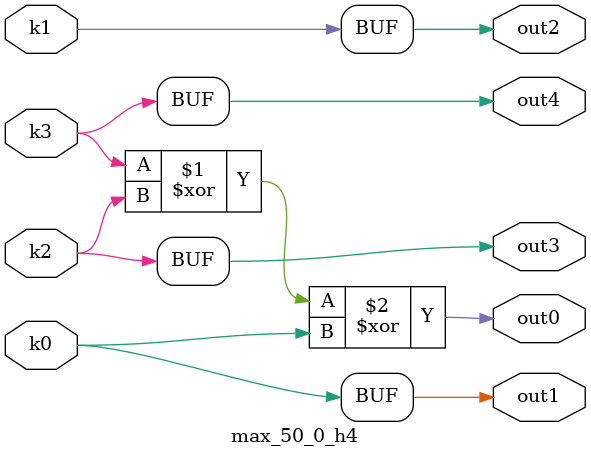
<source format=v>
module max_50_0(pi0, pi1, pi2, pi3, pi4, pi5, pi6, pi7, po0, po1, po2, po3, po4);
input pi0, pi1, pi2, pi3, pi4, pi5, pi6, pi7;
output po0, po1, po2, po3, po4;
wire k0, k1, k2, k3;
max_50_0_w4 DUT1 (pi0, pi1, pi2, pi3, pi4, pi5, pi6, pi7, k0, k1, k2, k3);
max_50_0_h4 DUT2 (k0, k1, k2, k3, po0, po1, po2, po3, po4);
endmodule

module max_50_0_w4(in7, in6, in5, in4, in3, in2, in1, in0, k3, k2, k1, k0);
input in7, in6, in5, in4, in3, in2, in1, in0;
output k3, k2, k1, k0;
assign k0 =   in3 ? in1 : in5;
assign k1 =   in3 ? in2 : in7;
assign k2 =   ~in0 & in4;
assign k3 =   (((in7 | (~in6 & ~in2)) & (~in6 | ~in2)) | (in5 & ~in1)) & (in5 | ~in1) & (in4 | ~in0);
endmodule

module max_50_0_h4(k3, k2, k1, k0, out4, out3, out2, out1, out0);
input k3, k2, k1, k0;
output out4, out3, out2, out1, out0;
assign out0 = k3 ^ k2 ^ k0;
assign out1 = k0;
assign out2 = k1;
assign out3 = k2;
assign out4 = k3;
endmodule

</source>
